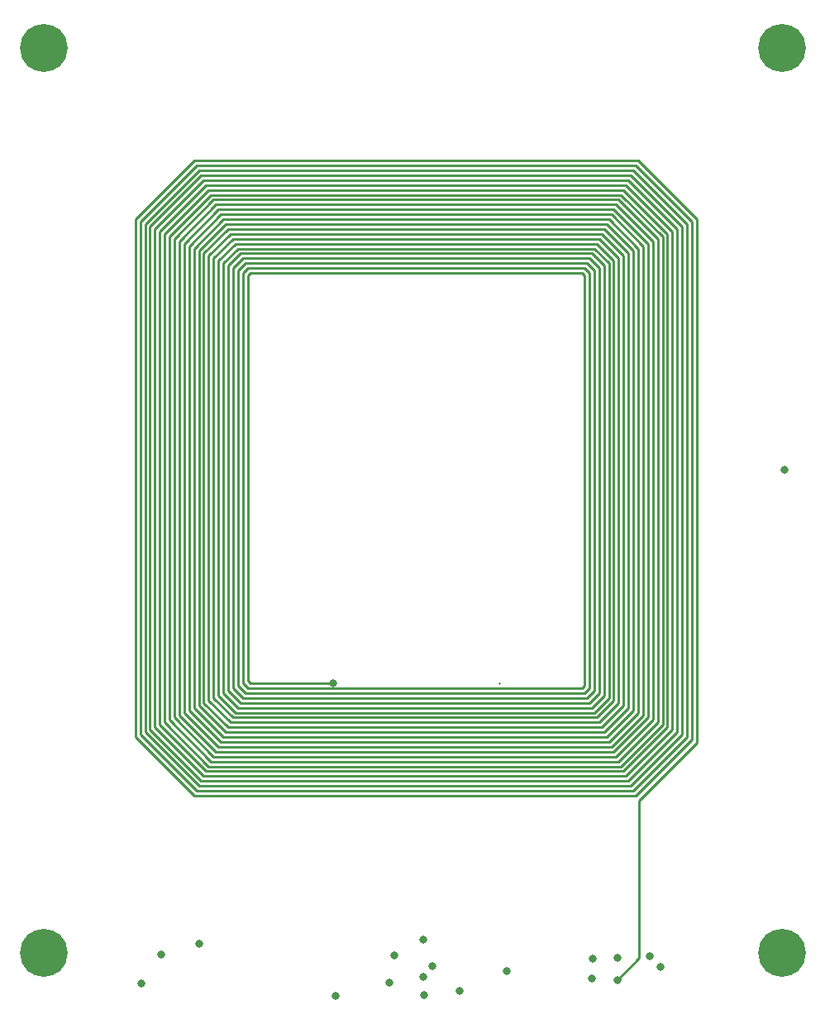
<source format=gbr>
%TF.GenerationSoftware,KiCad,Pcbnew,(5.1.10)-1*%
%TF.CreationDate,2022-11-16T11:33:55-08:00*%
%TF.ProjectId,XYFaces,58594661-6365-4732-9e6b-696361645f70,1.0*%
%TF.SameCoordinates,Original*%
%TF.FileFunction,Copper,L3,Inr*%
%TF.FilePolarity,Positive*%
%FSLAX46Y46*%
G04 Gerber Fmt 4.6, Leading zero omitted, Abs format (unit mm)*
G04 Created by KiCad (PCBNEW (5.1.10)-1) date 2022-11-16 11:33:55*
%MOMM*%
%LPD*%
G01*
G04 APERTURE LIST*
%TA.AperFunction,ComponentPad*%
%ADD10C,4.900000*%
%TD*%
%TA.AperFunction,ViaPad*%
%ADD11C,0.800000*%
%TD*%
%TA.AperFunction,Conductor*%
%ADD12C,0.250000*%
%TD*%
G04 APERTURE END LIST*
D10*
%TO.N,Net-(J5-Pad1)*%
%TO.C,J5*%
X172100000Y-136100000D03*
%TD*%
%TO.N,Net-(J4-Pad1)*%
%TO.C,J4*%
X172100000Y-43500000D03*
%TD*%
%TO.N,Net-(J3-Pad1)*%
%TO.C,J3*%
X96500000Y-136100000D03*
%TD*%
%TO.N,Net-(J2-Pad1)*%
%TO.C,J2*%
X96500000Y-43500000D03*
%TD*%
D11*
%TO.N,GND*%
X131900000Y-139200000D03*
X132400000Y-136400000D03*
X106500000Y-139300000D03*
X172400000Y-86700000D03*
X143900000Y-138000000D03*
%TO.N,VSOLAR*%
X159700000Y-137600000D03*
%TO.N,SDA*%
X135500000Y-140500000D03*
X126375000Y-140525000D03*
X152700000Y-138800000D03*
%TO.N,SCL*%
X139150000Y-140050000D03*
X136300000Y-137500000D03*
X152750000Y-136750000D03*
%TO.N,3V3*%
X135400000Y-138600000D03*
X135400000Y-134800000D03*
X158550000Y-136450000D03*
X112450000Y-135250000D03*
X108550000Y-136300000D03*
%TO.N,Net-(J1-Pad10)*%
X126150000Y-108550000D03*
X155250000Y-136650000D03*
X155285000Y-138965000D03*
%TD*%
D12*
%TO.N,*%
X143150000Y-108550000D02*
X143150000Y-108550000D01*
%TO.N,3V3*%
X135400000Y-135000000D02*
X135400000Y-135000000D01*
%TO.N,Net-(J1-Pad10)*%
X163400000Y-114650000D02*
X157525000Y-120525000D01*
X163400000Y-61050000D02*
X163400000Y-114650000D01*
X157400000Y-55050000D02*
X163400000Y-61050000D01*
X111900000Y-55050000D02*
X157400000Y-55050000D01*
X105900000Y-61050000D02*
X111900000Y-55050000D01*
X105900000Y-114050000D02*
X105900000Y-61050000D01*
X111900000Y-120050000D02*
X105900000Y-114050000D01*
X157150000Y-120050000D02*
X111900000Y-120050000D01*
X162900000Y-114300000D02*
X157150000Y-120050000D01*
X162900000Y-61300000D02*
X162900000Y-114300000D01*
X157150000Y-55550000D02*
X162900000Y-61300000D01*
X112150000Y-55550000D02*
X157150000Y-55550000D01*
X106400000Y-61300000D02*
X112150000Y-55550000D01*
X106400000Y-113800000D02*
X106400000Y-61300000D01*
X112150000Y-119550000D02*
X106400000Y-113800000D01*
X156900000Y-119550000D02*
X112150000Y-119550000D01*
X162400000Y-114050000D02*
X156900000Y-119550000D01*
X162400000Y-61550000D02*
X162400000Y-114050000D01*
X156900000Y-56050000D02*
X162400000Y-61550000D01*
X112400000Y-56050000D02*
X156900000Y-56050000D01*
X106900000Y-61550000D02*
X112400000Y-56050000D01*
X106900000Y-113550000D02*
X106900000Y-61550000D01*
X112400000Y-119050000D02*
X106900000Y-113550000D01*
X156650000Y-119050000D02*
X112400000Y-119050000D01*
X161900000Y-113800000D02*
X156650000Y-119050000D01*
X161900000Y-61800000D02*
X161900000Y-113800000D01*
X156650000Y-56550000D02*
X161900000Y-61800000D01*
X112650000Y-56550000D02*
X156650000Y-56550000D01*
X107400000Y-61800000D02*
X112650000Y-56550000D01*
X107400000Y-113300000D02*
X107400000Y-61800000D01*
X112650000Y-118550000D02*
X107400000Y-113300000D01*
X156400000Y-118550000D02*
X112650000Y-118550000D01*
X161400000Y-113550000D02*
X156400000Y-118550000D01*
X161400000Y-62050000D02*
X161400000Y-113550000D01*
X156400000Y-57050000D02*
X161400000Y-62050000D01*
X112900000Y-57050000D02*
X156400000Y-57050000D01*
X107900000Y-62050000D02*
X112900000Y-57050000D01*
X107900000Y-113050000D02*
X107900000Y-62050000D01*
X112900000Y-118050000D02*
X107900000Y-113050000D01*
X156150000Y-118050000D02*
X112900000Y-118050000D01*
X160900000Y-113300000D02*
X156150000Y-118050000D01*
X160900000Y-62300000D02*
X160900000Y-113300000D01*
X156150000Y-57550000D02*
X160900000Y-62300000D01*
X113150000Y-57550000D02*
X156150000Y-57550000D01*
X108400000Y-62300000D02*
X113150000Y-57550000D01*
X108400000Y-112800000D02*
X108400000Y-62300000D01*
X113150000Y-117550000D02*
X108400000Y-112800000D01*
X155900000Y-117550000D02*
X113150000Y-117550000D01*
X160400000Y-113050000D02*
X155900000Y-117550000D01*
X160400000Y-62550000D02*
X160400000Y-113050000D01*
X155900000Y-58050000D02*
X160400000Y-62550000D01*
X113400000Y-58050000D02*
X155900000Y-58050000D01*
X108900000Y-62550000D02*
X113400000Y-58050000D01*
X108900000Y-112550000D02*
X108900000Y-62550000D01*
X113400000Y-117050000D02*
X108900000Y-112550000D01*
X155650000Y-117050000D02*
X113400000Y-117050000D01*
X159900000Y-112800000D02*
X155650000Y-117050000D01*
X155650000Y-58550000D02*
X159900000Y-62800000D01*
X113650000Y-58550000D02*
X155650000Y-58550000D01*
X109400000Y-62800000D02*
X113650000Y-58550000D01*
X109400000Y-112300000D02*
X109400000Y-62800000D01*
X113650000Y-116550000D02*
X109400000Y-112300000D01*
X155400000Y-116550000D02*
X113650000Y-116550000D01*
X159400000Y-112550000D02*
X155400000Y-116550000D01*
X114900000Y-109550000D02*
X114900000Y-65550000D01*
X159400000Y-63050000D02*
X159400000Y-112550000D01*
X116400000Y-111050000D02*
X114900000Y-109550000D01*
X155400000Y-65050000D02*
X155400000Y-110550000D01*
X152650000Y-111050000D02*
X116400000Y-111050000D01*
X113900000Y-65050000D02*
X115900000Y-63050000D01*
X155400000Y-59050000D02*
X159400000Y-63050000D01*
X152650000Y-64550000D02*
X153900000Y-65800000D01*
X114150000Y-115550000D02*
X110400000Y-111800000D01*
X115400000Y-65800000D02*
X116650000Y-64550000D01*
X114650000Y-114550000D02*
X111400000Y-111300000D01*
X115400000Y-109300000D02*
X115400000Y-65800000D01*
X114900000Y-61050000D02*
X154400000Y-61050000D01*
X153400000Y-109550000D02*
X152400000Y-110550000D01*
X158400000Y-112050000D02*
X154900000Y-115550000D01*
X117400000Y-109050000D02*
X116900000Y-108550000D01*
X115150000Y-61550000D02*
X154150000Y-61550000D01*
X152400000Y-66550000D02*
X152400000Y-109050000D01*
X114400000Y-109800000D02*
X114400000Y-65300000D01*
X155400000Y-110550000D02*
X153400000Y-112550000D01*
X151650000Y-109050000D02*
X117400000Y-109050000D01*
X115650000Y-112550000D02*
X113400000Y-110300000D01*
X113900000Y-110050000D02*
X113900000Y-65050000D01*
X152400000Y-110550000D02*
X116650000Y-110550000D01*
X112400000Y-64300000D02*
X115150000Y-61550000D01*
X151900000Y-66800000D02*
X151900000Y-108800000D01*
X157900000Y-111800000D02*
X154650000Y-115050000D01*
X151650000Y-66550000D02*
X151900000Y-66800000D01*
X154900000Y-110300000D02*
X153150000Y-112050000D01*
X110900000Y-111550000D02*
X110900000Y-63550000D01*
X152900000Y-109300000D02*
X152150000Y-110050000D01*
X113900000Y-59050000D02*
X155400000Y-59050000D01*
X117650000Y-66550000D02*
X151650000Y-66550000D01*
X109900000Y-112050000D02*
X109900000Y-63050000D01*
X117400000Y-108300000D02*
X117400000Y-66800000D01*
X117650000Y-108550000D02*
X117400000Y-108300000D01*
X154900000Y-115550000D02*
X114150000Y-115550000D01*
X116400000Y-66300000D02*
X117150000Y-65550000D01*
X155900000Y-64800000D02*
X155900000Y-110800000D01*
X152400000Y-109050000D02*
X151900000Y-109550000D01*
X154900000Y-60050000D02*
X158400000Y-63550000D01*
X151900000Y-109550000D02*
X117150000Y-109550000D01*
X155900000Y-110800000D02*
X153650000Y-113050000D01*
X117150000Y-109550000D02*
X116400000Y-108800000D01*
X116400000Y-108800000D02*
X116400000Y-66300000D01*
X157400000Y-64050000D02*
X157400000Y-111550000D01*
X117150000Y-65550000D02*
X152150000Y-65550000D01*
X109900000Y-63050000D02*
X113900000Y-59050000D01*
X152150000Y-65550000D02*
X152900000Y-66300000D01*
X115400000Y-113050000D02*
X112900000Y-110550000D01*
X152150000Y-110050000D02*
X116900000Y-110050000D01*
X156400000Y-111050000D02*
X153900000Y-113550000D01*
X159900000Y-62800000D02*
X159900000Y-112800000D01*
X115900000Y-112050000D02*
X113900000Y-110050000D01*
X115900000Y-66050000D02*
X116900000Y-65050000D01*
X153650000Y-113050000D02*
X115400000Y-113050000D01*
X151900000Y-108800000D02*
X151650000Y-109050000D01*
X115900000Y-63050000D02*
X153400000Y-63050000D01*
X153150000Y-63550000D02*
X154900000Y-65300000D01*
X153400000Y-63050000D02*
X155400000Y-65050000D01*
X154400000Y-65550000D02*
X154400000Y-110050000D01*
X153400000Y-112550000D02*
X115650000Y-112550000D01*
X153900000Y-109800000D02*
X152650000Y-111050000D01*
X113400000Y-110300000D02*
X113400000Y-64800000D01*
X114900000Y-65550000D02*
X116400000Y-64050000D01*
X113400000Y-64800000D02*
X115650000Y-62550000D01*
X115650000Y-62550000D02*
X153650000Y-62550000D01*
X152900000Y-64050000D02*
X154400000Y-65550000D01*
X153650000Y-62550000D02*
X155900000Y-64800000D01*
X153150000Y-112050000D02*
X115900000Y-112050000D01*
X112900000Y-110550000D02*
X112900000Y-64550000D01*
X112900000Y-64550000D02*
X115400000Y-62050000D01*
X114400000Y-65300000D02*
X116150000Y-63550000D01*
X115400000Y-62050000D02*
X153900000Y-62050000D01*
X153900000Y-62050000D02*
X156400000Y-64550000D01*
X154900000Y-65300000D02*
X154900000Y-110300000D01*
X156400000Y-64550000D02*
X156400000Y-111050000D01*
X117400000Y-66800000D02*
X117650000Y-66550000D01*
X153900000Y-113550000D02*
X115150000Y-113550000D01*
X153400000Y-66050000D02*
X153400000Y-109550000D01*
X115150000Y-113550000D02*
X112400000Y-110800000D01*
X126150000Y-108550000D02*
X117650000Y-108550000D01*
X112400000Y-110800000D02*
X112400000Y-64300000D01*
X154400000Y-110050000D02*
X152900000Y-111550000D01*
X154150000Y-61550000D02*
X156900000Y-64300000D01*
X156900000Y-64300000D02*
X156900000Y-111300000D01*
X116900000Y-66550000D02*
X117400000Y-66050000D01*
X156900000Y-111300000D02*
X154150000Y-114050000D01*
X152900000Y-111550000D02*
X116150000Y-111550000D01*
X154150000Y-114050000D02*
X114900000Y-114050000D01*
X151900000Y-66050000D02*
X152400000Y-66550000D01*
X114900000Y-114050000D02*
X111900000Y-111050000D01*
X116650000Y-110550000D02*
X115400000Y-109300000D01*
X111900000Y-111050000D02*
X111900000Y-64050000D01*
X111900000Y-64050000D02*
X114900000Y-61050000D01*
X117400000Y-66050000D02*
X151900000Y-66050000D01*
X154400000Y-61050000D02*
X157400000Y-64050000D01*
X116400000Y-64050000D02*
X152900000Y-64050000D01*
X157400000Y-111550000D02*
X154400000Y-114550000D01*
X116900000Y-65050000D02*
X152400000Y-65050000D01*
X154400000Y-114550000D02*
X114650000Y-114550000D01*
X152400000Y-65050000D02*
X153400000Y-66050000D01*
X111400000Y-111300000D02*
X111400000Y-63800000D01*
X116150000Y-111550000D02*
X114400000Y-109800000D01*
X111400000Y-63800000D02*
X114650000Y-60550000D01*
X116150000Y-63550000D02*
X153150000Y-63550000D01*
X114650000Y-60550000D02*
X154650000Y-60550000D01*
X154650000Y-60550000D02*
X157900000Y-63800000D01*
X116900000Y-110050000D02*
X115900000Y-109050000D01*
X157900000Y-63800000D02*
X157900000Y-111800000D01*
X154650000Y-115050000D02*
X114400000Y-115050000D01*
X116650000Y-64550000D02*
X152650000Y-64550000D01*
X114400000Y-115050000D02*
X110900000Y-111550000D01*
X110900000Y-63550000D02*
X114400000Y-60050000D01*
X114400000Y-60050000D02*
X154900000Y-60050000D01*
X158400000Y-63550000D02*
X158400000Y-112050000D01*
X110400000Y-111800000D02*
X110400000Y-63300000D01*
X153900000Y-65800000D02*
X153900000Y-109800000D01*
X110400000Y-63300000D02*
X114150000Y-59550000D01*
X152900000Y-66300000D02*
X152900000Y-109300000D01*
X114150000Y-59550000D02*
X155150000Y-59550000D01*
X155150000Y-59550000D02*
X158900000Y-63300000D01*
X158900000Y-63300000D02*
X158900000Y-112300000D01*
X158900000Y-112300000D02*
X155150000Y-116050000D01*
X115900000Y-109050000D02*
X115900000Y-66050000D01*
X155150000Y-116050000D02*
X113900000Y-116050000D01*
X116900000Y-108550000D02*
X116900000Y-66550000D01*
X113900000Y-116050000D02*
X109900000Y-112050000D01*
X157525000Y-120525000D02*
X157525000Y-136675000D01*
X157525000Y-136675000D02*
X155300000Y-138900000D01*
%TD*%
M02*

</source>
